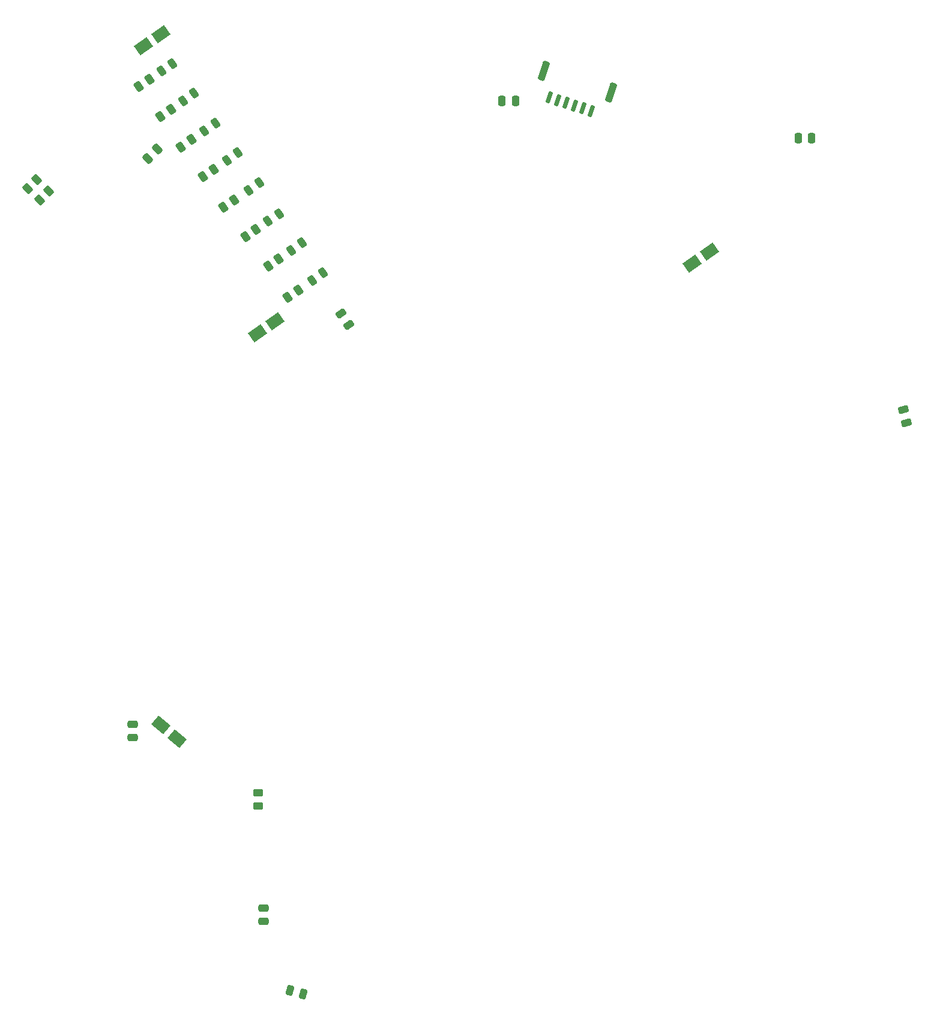
<source format=gbr>
%TF.GenerationSoftware,KiCad,Pcbnew,7.0.9-rc1*%
%TF.CreationDate,2023-11-11T13:07:52+02:00*%
%TF.ProjectId,projectA,70726f6a-6563-4744-912e-6b696361645f,rev?*%
%TF.SameCoordinates,PX5e5c173PY6474d3b*%
%TF.FileFunction,Paste,Top*%
%TF.FilePolarity,Positive*%
%FSLAX46Y46*%
G04 Gerber Fmt 4.6, Leading zero omitted, Abs format (unit mm)*
G04 Created by KiCad (PCBNEW 7.0.9-rc1) date 2023-11-11 13:07:52*
%MOMM*%
%LPD*%
G01*
G04 APERTURE LIST*
G04 Aperture macros list*
%AMRoundRect*
0 Rectangle with rounded corners*
0 $1 Rounding radius*
0 $2 $3 $4 $5 $6 $7 $8 $9 X,Y pos of 4 corners*
0 Add a 4 corners polygon primitive as box body*
4,1,4,$2,$3,$4,$5,$6,$7,$8,$9,$2,$3,0*
0 Add four circle primitives for the rounded corners*
1,1,$1+$1,$2,$3*
1,1,$1+$1,$4,$5*
1,1,$1+$1,$6,$7*
1,1,$1+$1,$8,$9*
0 Add four rect primitives between the rounded corners*
20,1,$1+$1,$2,$3,$4,$5,0*
20,1,$1+$1,$4,$5,$6,$7,0*
20,1,$1+$1,$6,$7,$8,$9,0*
20,1,$1+$1,$8,$9,$2,$3,0*%
%AMRotRect*
0 Rectangle, with rotation*
0 The origin of the aperture is its center*
0 $1 length*
0 $2 width*
0 $3 Rotation angle, in degrees counterclockwise*
0 Add horizontal line*
21,1,$1,$2,0,0,$3*%
G04 Aperture macros list end*
%ADD10RoundRect,0.250000X-0.043082X0.519182X-0.473137X0.218055X0.043082X-0.519182X0.473137X-0.218055X0*%
%ADD11RotRect,2.200000X1.600000X215.000000*%
%ADD12RotRect,2.200000X1.600000X140.000000*%
%ADD13RoundRect,0.250000X-0.532491X-0.067661X-0.245703X-0.477237X0.532491X0.067661X0.245703X0.477237X0*%
%ADD14RoundRect,0.243750X-0.062026X0.513547X-0.461363X0.233929X0.062026X-0.513547X0.461363X-0.233929X0*%
%ADD15RoundRect,0.150000X-0.358970X-0.619387X-0.073653X-0.712092X0.358970X0.619387X0.073653X0.712092X0*%
%ADD16RoundRect,0.250000X-0.593134X-1.016461X-0.117605X-1.170969X0.593134X1.016461X0.117605X1.170969X0*%
%ADD17RoundRect,0.250000X-0.250000X-0.475000X0.250000X-0.475000X0.250000X0.475000X-0.250000X0.475000X0*%
%ADD18RoundRect,0.250000X-0.450000X0.262500X-0.450000X-0.262500X0.450000X-0.262500X0.450000X0.262500X0*%
%ADD19RoundRect,0.250000X-0.523520X0.118542X-0.394110X-0.364421X0.523520X-0.118542X0.394110X0.364421X0*%
%ADD20RoundRect,0.250000X-0.475000X0.250000X-0.475000X-0.250000X0.475000X-0.250000X0.475000X0.250000X0*%
%ADD21RoundRect,0.250000X0.364421X0.394110X-0.118542X0.523520X-0.364421X-0.394110X0.118542X-0.523520X0*%
%ADD22RoundRect,0.250000X0.159099X-0.512652X0.512652X-0.159099X-0.159099X0.512652X-0.512652X0.159099X0*%
%ADD23RoundRect,0.250000X0.132583X-0.503814X0.503814X-0.132583X-0.132583X0.503814X-0.503814X0.132583X0*%
G04 APERTURE END LIST*
D10*
%TO.C,R4*%
X-34758395Y46972899D03*
X-36253347Y45926123D03*
%TD*%
D11*
%TO.C,C3*%
X-42194619Y66062179D03*
X-44652075Y64341449D03*
%TD*%
%TO.C,C2*%
X-26114619Y25572179D03*
X-28572075Y23851449D03*
%TD*%
D12*
%TO.C,C5*%
X-39874280Y-33308058D03*
X-42172414Y-31379696D03*
%TD*%
D13*
%TO.C,C12*%
X-16778245Y26644317D03*
X-15688449Y25087929D03*
%TD*%
D14*
%TO.C,D8*%
X-19317437Y32401579D03*
X-20853347Y31326123D03*
%TD*%
D15*
%TO.C,U10*%
X12602550Y57137479D03*
X13791371Y56751208D03*
X14980191Y56364936D03*
X16169012Y55978665D03*
X17357833Y55592394D03*
X18546653Y55206123D03*
D16*
X11878303Y60895200D03*
X21341315Y57820480D03*
%TD*%
D10*
%TO.C,R2*%
X-40775871Y55459511D03*
X-42270823Y54412735D03*
%TD*%
D17*
%TO.C,C10*%
X47716653Y51376123D03*
X49616653Y51376123D03*
%TD*%
D10*
%TO.C,R7*%
X-25568395Y34392899D03*
X-27063347Y33346123D03*
%TD*%
D18*
%TO.C,R9*%
X-28443347Y-40921377D03*
X-28443347Y-42746377D03*
%TD*%
D14*
%TO.C,D2*%
X-37522976Y57726880D03*
X-39058886Y56651424D03*
%TD*%
D19*
%TO.C,C7*%
X62510775Y13073753D03*
X63002531Y11238493D03*
%TD*%
D14*
%TO.C,D6*%
X-25537437Y40751579D03*
X-27073347Y39676123D03*
%TD*%
%TO.C,D1*%
X-40535392Y61913851D03*
X-42071302Y60838395D03*
%TD*%
D17*
%TO.C,C9*%
X5936653Y56606123D03*
X7836653Y56606123D03*
%TD*%
D20*
%TO.C,C8*%
X-27693347Y-57163877D03*
X-27693347Y-59063877D03*
%TD*%
%TO.C,C11*%
X-46173347Y-31253877D03*
X-46173347Y-33153877D03*
%TD*%
D14*
%TO.C,D3*%
X-34512976Y53466880D03*
X-36048886Y52391424D03*
%TD*%
%TO.C,D5*%
X-28292976Y45126880D03*
X-29828886Y44051424D03*
%TD*%
D21*
%TO.C,C6*%
X-22103347Y-69293877D03*
X-23938607Y-68802121D03*
%TD*%
D14*
%TO.C,D7*%
X-22275392Y36643851D03*
X-23811302Y35568395D03*
%TD*%
D10*
%TO.C,R5*%
X-31875871Y42679511D03*
X-33370823Y41632735D03*
%TD*%
%TO.C,R1*%
X-43825871Y59669511D03*
X-45320823Y58622735D03*
%TD*%
D22*
%TO.C,C4*%
X-44025098Y48524372D03*
X-42681596Y49867874D03*
%TD*%
D23*
%TO.C,R10*%
X-59288582Y42650888D03*
X-57998112Y43941358D03*
%TD*%
%TO.C,R11*%
X-60978582Y44260888D03*
X-59688112Y45551358D03*
%TD*%
D14*
%TO.C,D4*%
X-31317437Y49311579D03*
X-32853347Y48236123D03*
%TD*%
D11*
%TO.C,C1*%
X35185381Y35372179D03*
X32727925Y33651449D03*
%TD*%
D10*
%TO.C,R8*%
X-22805871Y29989511D03*
X-24300823Y28942735D03*
%TD*%
%TO.C,R3*%
X-37865871Y51179511D03*
X-39360823Y50132735D03*
%TD*%
%TO.C,R6*%
X-28775871Y38509511D03*
X-30270823Y37462735D03*
%TD*%
M02*

</source>
